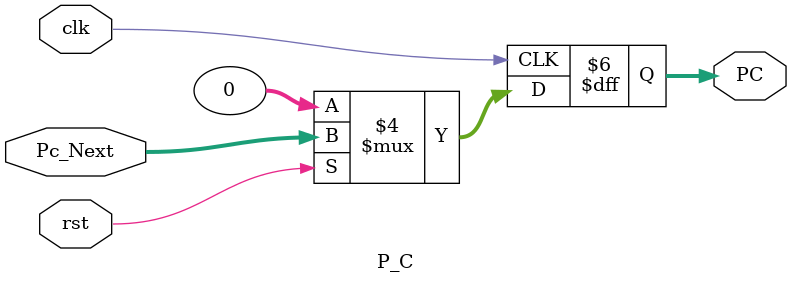
<source format=v>
module P_C(Pc_Next, PC, rst,clk);
  
   input [31:0] Pc_Next;
   input rst,clk;

   output reg [31:0] PC;

   always @( posedge clk )
   begin
     if(rst==1'b0)     // by default we will take active low reset
     begin
        PC <= 32'h00000000;
     end
     else
     begin 
        PC <= Pc_Next;
     end

   end


endmodule
</source>
